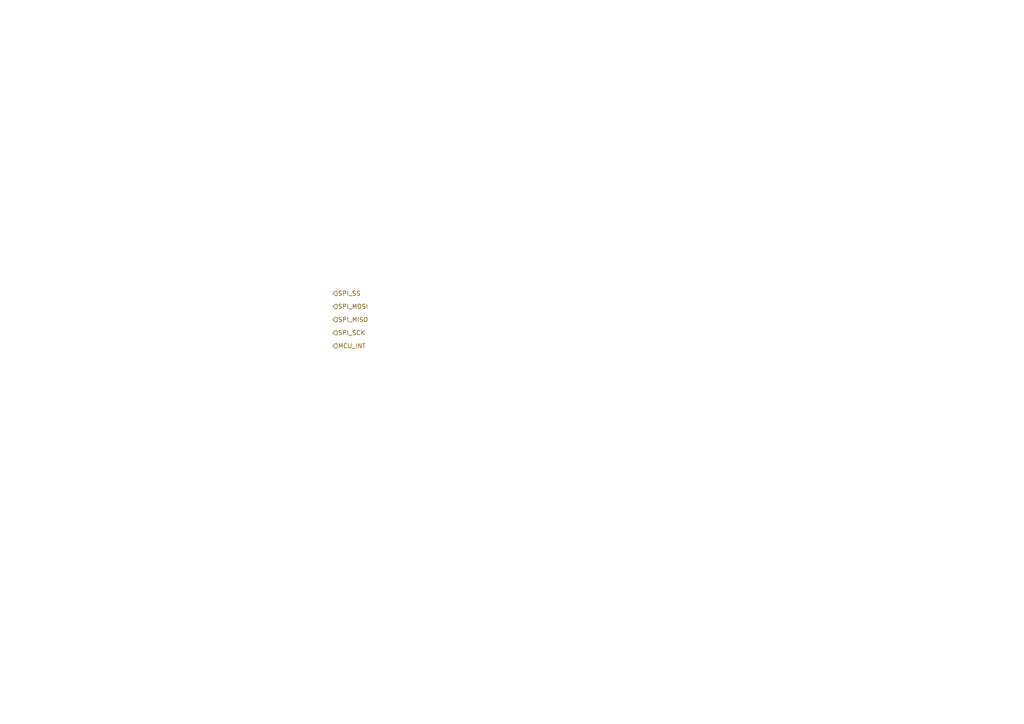
<source format=kicad_sch>
(kicad_sch
	(version 20250114)
	(generator "eeschema")
	(generator_version "9.0")
	(uuid "15aab6c4-11ab-46a7-998a-dbfaebfdf995")
	(paper "A4")
	(lib_symbols)
	(hierarchical_label "SPI_MOSI"
		(shape input)
		(at 96.52 88.9 0)
		(effects
			(font
				(size 1.27 1.27)
			)
			(justify left)
		)
		(uuid "1f9a55fd-23b3-42bb-bb71-1a7d325ca032")
	)
	(hierarchical_label "SPI_MISO"
		(shape input)
		(at 96.52 92.71 0)
		(effects
			(font
				(size 1.27 1.27)
			)
			(justify left)
		)
		(uuid "a07d3a1e-90db-40c8-a907-4bbb7921b097")
	)
	(hierarchical_label "SPI_SCK"
		(shape input)
		(at 96.52 96.52 0)
		(effects
			(font
				(size 1.27 1.27)
			)
			(justify left)
		)
		(uuid "b18e1a7f-3d8a-4718-b72e-7ad96465fef4")
	)
	(hierarchical_label "SPI_SS"
		(shape input)
		(at 96.52 85.09 0)
		(effects
			(font
				(size 1.27 1.27)
			)
			(justify left)
		)
		(uuid "d2a5f73f-3e7a-449d-9cb7-2997b0119e26")
	)
	(hierarchical_label "MCU_INT"
		(shape input)
		(at 96.52 100.33 0)
		(effects
			(font
				(size 1.27 1.27)
			)
			(justify left)
		)
		(uuid "f3f94cf1-8df1-4a25-9846-220f8318a436")
	)
)

</source>
